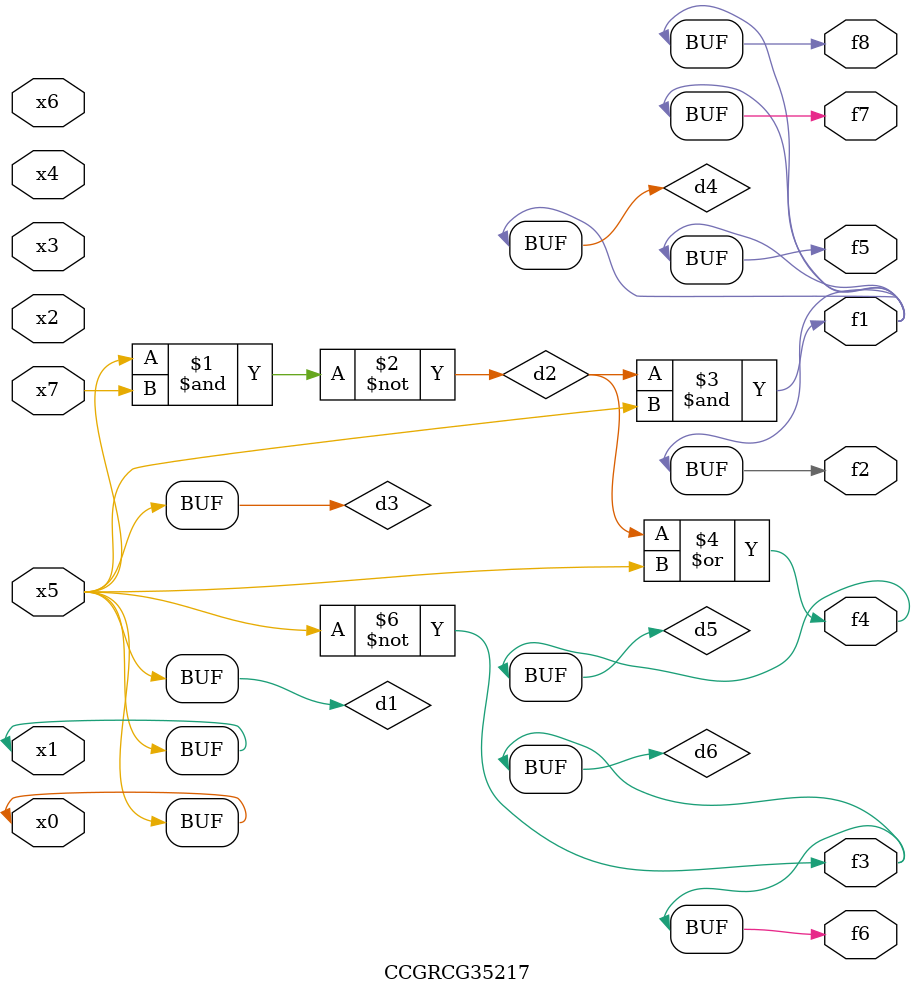
<source format=v>
module CCGRCG35217(
	input x0, x1, x2, x3, x4, x5, x6, x7,
	output f1, f2, f3, f4, f5, f6, f7, f8
);

	wire d1, d2, d3, d4, d5, d6;

	buf (d1, x0, x5);
	nand (d2, x5, x7);
	buf (d3, x0, x1);
	and (d4, d2, d3);
	or (d5, d2, d3);
	nor (d6, d1, d3);
	assign f1 = d4;
	assign f2 = d4;
	assign f3 = d6;
	assign f4 = d5;
	assign f5 = d4;
	assign f6 = d6;
	assign f7 = d4;
	assign f8 = d4;
endmodule

</source>
